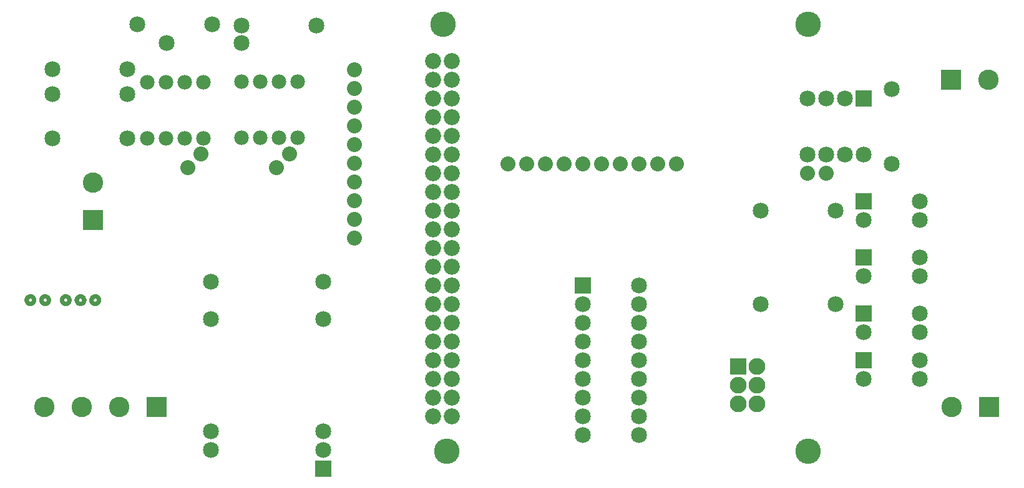
<source format=gts>
G04 MADE WITH FRITZING*
G04 WWW.FRITZING.ORG*
G04 DOUBLE SIDED*
G04 HOLES PLATED*
G04 CONTOUR ON CENTER OF CONTOUR VECTOR*
%ASAXBY*%
%FSLAX23Y23*%
%MOIN*%
%OFA0B0*%
%SFA1.0B1.0*%
%ADD10C,0.089370*%
%ADD11C,0.135984*%
%ADD12C,0.085000*%
%ADD13C,0.078000*%
%ADD14C,0.080000*%
%ADD15C,0.085361*%
%ADD16C,0.109055*%
%ADD17R,0.089370X0.089370*%
%ADD18R,0.085000X0.085000*%
%ADD19R,0.109055X0.109055*%
%ADD20R,0.001000X0.001000*%
%LNMASK1*%
G90*
G70*
G54D10*
X3976Y641D03*
X3976Y541D03*
X3976Y441D03*
X3876Y641D03*
X3876Y541D03*
X3876Y441D03*
G54D11*
X4250Y2470D03*
X2301Y2470D03*
X2321Y187D03*
X4250Y187D03*
G54D12*
X1661Y95D03*
X1661Y195D03*
X1061Y195D03*
X1661Y295D03*
X1061Y295D03*
X1661Y895D03*
X1061Y895D03*
X1661Y1095D03*
X1061Y1095D03*
X1624Y2465D03*
X1224Y2465D03*
X1224Y2371D03*
X824Y2371D03*
X213Y2229D03*
X613Y2229D03*
X614Y2096D03*
X214Y2096D03*
G54D13*
X1522Y2165D03*
X1422Y2165D03*
X1322Y2165D03*
X1222Y2165D03*
X1222Y1865D03*
X1322Y1865D03*
X1422Y1865D03*
X1522Y1865D03*
X1522Y2165D03*
X1422Y2165D03*
X1322Y2165D03*
X1222Y2165D03*
X1222Y1865D03*
X1322Y1865D03*
X1422Y1865D03*
X1522Y1865D03*
X1021Y2160D03*
X921Y2160D03*
X821Y2160D03*
X721Y2160D03*
X721Y1860D03*
X821Y1860D03*
X921Y1860D03*
X1021Y1860D03*
X1021Y2160D03*
X921Y2160D03*
X821Y2160D03*
X721Y2160D03*
X721Y1860D03*
X821Y1860D03*
X921Y1860D03*
X1021Y1860D03*
G54D12*
X1067Y2470D03*
X667Y2470D03*
X614Y1860D03*
X214Y1860D03*
G54D14*
X1409Y1705D03*
X1479Y1776D03*
X936Y1705D03*
X1007Y1776D03*
X1828Y1328D03*
X1828Y1428D03*
X1828Y1528D03*
X1828Y1628D03*
X1828Y1728D03*
X1828Y1828D03*
X1828Y1928D03*
X1828Y2028D03*
X1828Y2128D03*
X1828Y2228D03*
X3546Y1724D03*
X3446Y1724D03*
X3346Y1724D03*
X3246Y1724D03*
X3146Y1724D03*
X3046Y1724D03*
X2946Y1724D03*
X2846Y1724D03*
X2746Y1724D03*
X2646Y1724D03*
G54D12*
X4546Y2074D03*
X4546Y1774D03*
X4446Y2074D03*
X4446Y1774D03*
X4346Y2074D03*
X4346Y1774D03*
X4246Y2074D03*
X4246Y1774D03*
G54D14*
X4246Y1674D03*
X4346Y1674D03*
G54D15*
X2346Y374D03*
X2346Y474D03*
X2346Y574D03*
X2346Y674D03*
X2346Y774D03*
X2346Y874D03*
X2346Y974D03*
X2346Y1074D03*
X2346Y1174D03*
X2346Y1274D03*
X2346Y1374D03*
X2346Y1474D03*
X2346Y1574D03*
X2346Y1674D03*
X2346Y1774D03*
X2346Y1874D03*
X2346Y1974D03*
X2346Y2074D03*
X2346Y2174D03*
X2346Y2274D03*
X2246Y2274D03*
X2246Y2174D03*
X2246Y2074D03*
X2246Y1974D03*
X2246Y1874D03*
X2246Y1774D03*
X2246Y1674D03*
X2246Y1574D03*
X2246Y1474D03*
X2246Y1374D03*
X2246Y1274D03*
X2246Y1174D03*
X2246Y1074D03*
X2246Y974D03*
X2246Y874D03*
X2246Y774D03*
X2246Y674D03*
X2246Y574D03*
X2246Y474D03*
X2246Y374D03*
G54D16*
X5218Y423D03*
X5018Y423D03*
X769Y423D03*
X569Y423D03*
X369Y423D03*
X169Y423D03*
X431Y1424D03*
X431Y1624D03*
X5014Y2175D03*
X5214Y2175D03*
G54D12*
X4696Y2124D03*
X4696Y1724D03*
X4546Y674D03*
X4846Y674D03*
X4546Y574D03*
X4846Y574D03*
X4546Y1224D03*
X4846Y1224D03*
X4546Y1124D03*
X4846Y1124D03*
X4546Y1524D03*
X4846Y1524D03*
X4546Y1424D03*
X4846Y1424D03*
X4546Y924D03*
X4846Y924D03*
X4546Y824D03*
X4846Y824D03*
X3996Y974D03*
X4396Y974D03*
X3996Y1474D03*
X4396Y1474D03*
X3046Y1074D03*
X3046Y974D03*
X3046Y874D03*
X3046Y774D03*
X3046Y674D03*
X3046Y574D03*
X3046Y474D03*
X3046Y374D03*
X3046Y274D03*
X3346Y274D03*
X3346Y374D03*
X3346Y474D03*
X3346Y574D03*
X3346Y674D03*
X3346Y774D03*
X3346Y874D03*
X3346Y974D03*
X3346Y1074D03*
G54D17*
X3876Y641D03*
G54D18*
X1661Y95D03*
X4546Y2074D03*
G54D19*
X5218Y423D03*
X769Y423D03*
X431Y1424D03*
X5014Y2175D03*
G54D18*
X4546Y674D03*
X4546Y1224D03*
X4546Y1524D03*
X4546Y924D03*
X3046Y1074D03*
G54D20*
X90Y1026D02*
X102Y1026D01*
X168Y1026D02*
X181Y1026D01*
X279Y1026D02*
X291Y1026D01*
X357Y1026D02*
X370Y1026D01*
X436Y1026D02*
X448Y1026D01*
X86Y1025D02*
X105Y1025D01*
X165Y1025D02*
X184Y1025D01*
X275Y1025D02*
X294Y1025D01*
X354Y1025D02*
X373Y1025D01*
X433Y1025D02*
X452Y1025D01*
X84Y1024D02*
X108Y1024D01*
X162Y1024D02*
X187Y1024D01*
X273Y1024D02*
X297Y1024D01*
X351Y1024D02*
X376Y1024D01*
X430Y1024D02*
X454Y1024D01*
X81Y1023D02*
X110Y1023D01*
X160Y1023D02*
X189Y1023D01*
X270Y1023D02*
X299Y1023D01*
X349Y1023D02*
X378Y1023D01*
X428Y1023D02*
X456Y1023D01*
X80Y1022D02*
X112Y1022D01*
X158Y1022D02*
X191Y1022D01*
X269Y1022D02*
X301Y1022D01*
X347Y1022D02*
X379Y1022D01*
X426Y1022D02*
X458Y1022D01*
X78Y1021D02*
X113Y1021D01*
X157Y1021D02*
X192Y1021D01*
X267Y1021D02*
X302Y1021D01*
X346Y1021D02*
X381Y1021D01*
X425Y1021D02*
X460Y1021D01*
X77Y1020D02*
X115Y1020D01*
X155Y1020D02*
X194Y1020D01*
X266Y1020D02*
X304Y1020D01*
X344Y1020D02*
X382Y1020D01*
X423Y1020D02*
X461Y1020D01*
X75Y1019D02*
X116Y1019D01*
X154Y1019D02*
X195Y1019D01*
X264Y1019D02*
X305Y1019D01*
X343Y1019D02*
X384Y1019D01*
X422Y1019D02*
X463Y1019D01*
X74Y1018D02*
X117Y1018D01*
X153Y1018D02*
X196Y1018D01*
X263Y1018D02*
X306Y1018D01*
X342Y1018D02*
X385Y1018D01*
X421Y1018D02*
X464Y1018D01*
X73Y1017D02*
X118Y1017D01*
X152Y1017D02*
X197Y1017D01*
X262Y1017D02*
X307Y1017D01*
X341Y1017D02*
X386Y1017D01*
X420Y1017D02*
X465Y1017D01*
X72Y1016D02*
X119Y1016D01*
X151Y1016D02*
X198Y1016D01*
X261Y1016D02*
X308Y1016D01*
X340Y1016D02*
X387Y1016D01*
X419Y1016D02*
X466Y1016D01*
X72Y1015D02*
X120Y1015D01*
X150Y1015D02*
X199Y1015D01*
X260Y1015D02*
X309Y1015D01*
X339Y1015D02*
X388Y1015D01*
X418Y1015D02*
X466Y1015D01*
X71Y1014D02*
X121Y1014D01*
X150Y1014D02*
X199Y1014D01*
X260Y1014D02*
X310Y1014D01*
X339Y1014D02*
X388Y1014D01*
X417Y1014D02*
X467Y1014D01*
X70Y1013D02*
X121Y1013D01*
X149Y1013D02*
X200Y1013D01*
X259Y1013D02*
X310Y1013D01*
X338Y1013D02*
X389Y1013D01*
X417Y1013D02*
X468Y1013D01*
X69Y1012D02*
X122Y1012D01*
X148Y1012D02*
X201Y1012D01*
X258Y1012D02*
X311Y1012D01*
X337Y1012D02*
X390Y1012D01*
X416Y1012D02*
X468Y1012D01*
X69Y1011D02*
X123Y1011D01*
X148Y1011D02*
X201Y1011D01*
X258Y1011D02*
X312Y1011D01*
X337Y1011D02*
X390Y1011D01*
X415Y1011D02*
X469Y1011D01*
X68Y1010D02*
X123Y1010D01*
X147Y1010D02*
X202Y1010D01*
X257Y1010D02*
X312Y1010D01*
X336Y1010D02*
X391Y1010D01*
X415Y1010D02*
X470Y1010D01*
X68Y1009D02*
X124Y1009D01*
X147Y1009D02*
X202Y1009D01*
X257Y1009D02*
X313Y1009D01*
X335Y1009D02*
X391Y1009D01*
X414Y1009D02*
X470Y1009D01*
X67Y1008D02*
X124Y1008D01*
X146Y1008D02*
X203Y1008D01*
X256Y1008D02*
X313Y1008D01*
X335Y1008D02*
X392Y1008D01*
X414Y1008D02*
X471Y1008D01*
X67Y1007D02*
X125Y1007D01*
X146Y1007D02*
X203Y1007D01*
X256Y1007D02*
X314Y1007D01*
X335Y1007D02*
X392Y1007D01*
X413Y1007D02*
X471Y1007D01*
X66Y1006D02*
X125Y1006D01*
X145Y1006D02*
X204Y1006D01*
X255Y1006D02*
X314Y1006D01*
X334Y1006D02*
X393Y1006D01*
X413Y1006D02*
X471Y1006D01*
X66Y1005D02*
X125Y1005D01*
X145Y1005D02*
X204Y1005D01*
X255Y1005D02*
X314Y1005D01*
X334Y1005D02*
X393Y1005D01*
X413Y1005D02*
X472Y1005D01*
X66Y1004D02*
X126Y1004D01*
X145Y1004D02*
X204Y1004D01*
X255Y1004D02*
X315Y1004D01*
X333Y1004D02*
X393Y1004D01*
X412Y1004D02*
X472Y1004D01*
X66Y1003D02*
X126Y1003D01*
X144Y1003D02*
X205Y1003D01*
X254Y1003D02*
X315Y1003D01*
X333Y1003D02*
X394Y1003D01*
X412Y1003D02*
X472Y1003D01*
X65Y1002D02*
X92Y1002D01*
X100Y1002D02*
X126Y1002D01*
X144Y1002D02*
X170Y1002D01*
X179Y1002D02*
X205Y1002D01*
X254Y1002D02*
X281Y1002D01*
X289Y1002D02*
X315Y1002D01*
X333Y1002D02*
X359Y1002D01*
X368Y1002D02*
X394Y1002D01*
X412Y1002D02*
X438Y1002D01*
X447Y1002D02*
X473Y1002D01*
X65Y1001D02*
X90Y1001D01*
X101Y1001D02*
X126Y1001D01*
X144Y1001D02*
X169Y1001D01*
X180Y1001D02*
X205Y1001D01*
X254Y1001D02*
X279Y1001D01*
X290Y1001D02*
X315Y1001D01*
X333Y1001D02*
X358Y1001D01*
X369Y1001D02*
X394Y1001D01*
X411Y1001D02*
X437Y1001D01*
X448Y1001D02*
X473Y1001D01*
X65Y1000D02*
X89Y1000D01*
X102Y1000D02*
X127Y1000D01*
X144Y1000D02*
X168Y1000D01*
X181Y1000D02*
X205Y1000D01*
X254Y1000D02*
X278Y1000D01*
X291Y1000D02*
X316Y1000D01*
X333Y1000D02*
X357Y1000D01*
X370Y1000D02*
X394Y1000D01*
X411Y1000D02*
X436Y1000D01*
X449Y1000D02*
X473Y1000D01*
X65Y999D02*
X88Y999D01*
X103Y999D02*
X127Y999D01*
X143Y999D02*
X167Y999D01*
X182Y999D02*
X206Y999D01*
X254Y999D02*
X277Y999D01*
X292Y999D02*
X316Y999D01*
X332Y999D02*
X356Y999D01*
X371Y999D02*
X395Y999D01*
X411Y999D02*
X435Y999D01*
X450Y999D02*
X473Y999D01*
X65Y998D02*
X88Y998D01*
X104Y998D02*
X127Y998D01*
X143Y998D02*
X167Y998D01*
X183Y998D02*
X206Y998D01*
X253Y998D02*
X277Y998D01*
X293Y998D02*
X316Y998D01*
X332Y998D02*
X356Y998D01*
X371Y998D02*
X395Y998D01*
X411Y998D02*
X434Y998D01*
X450Y998D02*
X473Y998D01*
X64Y997D02*
X88Y997D01*
X104Y997D02*
X127Y997D01*
X143Y997D02*
X166Y997D01*
X183Y997D02*
X206Y997D01*
X253Y997D02*
X277Y997D01*
X293Y997D02*
X316Y997D01*
X332Y997D02*
X355Y997D01*
X372Y997D02*
X395Y997D01*
X411Y997D02*
X434Y997D01*
X451Y997D02*
X473Y997D01*
X64Y996D02*
X87Y996D01*
X104Y996D02*
X127Y996D01*
X143Y996D02*
X166Y996D01*
X183Y996D02*
X206Y996D01*
X253Y996D02*
X276Y996D01*
X293Y996D02*
X316Y996D01*
X332Y996D02*
X355Y996D01*
X372Y996D02*
X395Y996D01*
X411Y996D02*
X434Y996D01*
X451Y996D02*
X474Y996D01*
X64Y995D02*
X87Y995D01*
X104Y995D02*
X127Y995D01*
X143Y995D02*
X166Y995D01*
X183Y995D02*
X206Y995D01*
X253Y995D02*
X276Y995D01*
X293Y995D02*
X316Y995D01*
X332Y995D02*
X355Y995D01*
X372Y995D02*
X395Y995D01*
X411Y995D02*
X434Y995D01*
X451Y995D02*
X474Y995D01*
X64Y994D02*
X87Y994D01*
X104Y994D02*
X127Y994D01*
X143Y994D02*
X166Y994D01*
X183Y994D02*
X206Y994D01*
X253Y994D02*
X276Y994D01*
X293Y994D02*
X316Y994D01*
X332Y994D02*
X355Y994D01*
X372Y994D02*
X395Y994D01*
X411Y994D02*
X434Y994D01*
X451Y994D02*
X474Y994D01*
X64Y993D02*
X87Y993D01*
X104Y993D02*
X127Y993D01*
X143Y993D02*
X166Y993D01*
X183Y993D02*
X206Y993D01*
X253Y993D02*
X276Y993D01*
X293Y993D02*
X316Y993D01*
X332Y993D02*
X355Y993D01*
X372Y993D02*
X395Y993D01*
X411Y993D02*
X434Y993D01*
X451Y993D02*
X474Y993D01*
X64Y992D02*
X88Y992D01*
X104Y992D02*
X127Y992D01*
X143Y992D02*
X166Y992D01*
X183Y992D02*
X206Y992D01*
X253Y992D02*
X277Y992D01*
X293Y992D02*
X316Y992D01*
X332Y992D02*
X355Y992D01*
X372Y992D02*
X395Y992D01*
X411Y992D02*
X434Y992D01*
X450Y992D02*
X473Y992D01*
X65Y991D02*
X88Y991D01*
X103Y991D02*
X127Y991D01*
X143Y991D02*
X167Y991D01*
X182Y991D02*
X206Y991D01*
X254Y991D02*
X277Y991D01*
X292Y991D02*
X316Y991D01*
X332Y991D02*
X356Y991D01*
X371Y991D02*
X395Y991D01*
X411Y991D02*
X435Y991D01*
X450Y991D02*
X473Y991D01*
X65Y990D02*
X89Y990D01*
X103Y990D02*
X127Y990D01*
X144Y990D02*
X168Y990D01*
X182Y990D02*
X205Y990D01*
X254Y990D02*
X278Y990D01*
X292Y990D02*
X316Y990D01*
X332Y990D02*
X357Y990D01*
X371Y990D02*
X394Y990D01*
X411Y990D02*
X435Y990D01*
X449Y990D02*
X473Y990D01*
X65Y989D02*
X90Y989D01*
X102Y989D02*
X127Y989D01*
X144Y989D02*
X169Y989D01*
X181Y989D02*
X205Y989D01*
X254Y989D02*
X279Y989D01*
X291Y989D02*
X316Y989D01*
X333Y989D02*
X357Y989D01*
X370Y989D02*
X394Y989D01*
X411Y989D02*
X436Y989D01*
X448Y989D02*
X473Y989D01*
X65Y988D02*
X91Y988D01*
X101Y988D02*
X126Y988D01*
X144Y988D02*
X170Y988D01*
X179Y988D02*
X205Y988D01*
X254Y988D02*
X280Y988D01*
X290Y988D02*
X315Y988D01*
X333Y988D02*
X359Y988D01*
X368Y988D02*
X394Y988D01*
X412Y988D02*
X437Y988D01*
X447Y988D02*
X473Y988D01*
X65Y987D02*
X93Y987D01*
X99Y987D02*
X126Y987D01*
X144Y987D02*
X172Y987D01*
X177Y987D02*
X205Y987D01*
X254Y987D02*
X282Y987D01*
X288Y987D02*
X315Y987D01*
X333Y987D02*
X361Y987D01*
X366Y987D02*
X394Y987D01*
X412Y987D02*
X439Y987D01*
X445Y987D02*
X473Y987D01*
X66Y986D02*
X126Y986D01*
X144Y986D02*
X205Y986D01*
X255Y986D02*
X315Y986D01*
X333Y986D02*
X393Y986D01*
X412Y986D02*
X472Y986D01*
X66Y985D02*
X125Y985D01*
X145Y985D02*
X204Y985D01*
X255Y985D02*
X314Y985D01*
X334Y985D02*
X393Y985D01*
X412Y985D02*
X472Y985D01*
X66Y984D02*
X125Y984D01*
X145Y984D02*
X204Y984D01*
X255Y984D02*
X314Y984D01*
X334Y984D02*
X393Y984D01*
X413Y984D02*
X472Y984D01*
X67Y983D02*
X125Y983D01*
X145Y983D02*
X203Y983D01*
X256Y983D02*
X314Y983D01*
X334Y983D02*
X392Y983D01*
X413Y983D02*
X471Y983D01*
X67Y982D02*
X124Y982D01*
X146Y982D02*
X203Y982D01*
X256Y982D02*
X313Y982D01*
X335Y982D02*
X392Y982D01*
X414Y982D02*
X471Y982D01*
X68Y981D02*
X124Y981D01*
X146Y981D02*
X203Y981D01*
X257Y981D02*
X313Y981D01*
X335Y981D02*
X392Y981D01*
X414Y981D02*
X470Y981D01*
X68Y980D02*
X123Y980D01*
X147Y980D02*
X202Y980D01*
X257Y980D02*
X312Y980D01*
X336Y980D02*
X391Y980D01*
X415Y980D02*
X470Y980D01*
X69Y979D02*
X123Y979D01*
X147Y979D02*
X202Y979D01*
X258Y979D02*
X312Y979D01*
X336Y979D02*
X391Y979D01*
X415Y979D02*
X469Y979D01*
X69Y978D02*
X122Y978D01*
X148Y978D02*
X201Y978D01*
X258Y978D02*
X311Y978D01*
X337Y978D02*
X390Y978D01*
X416Y978D02*
X469Y978D01*
X70Y977D02*
X122Y977D01*
X149Y977D02*
X200Y977D01*
X259Y977D02*
X311Y977D01*
X338Y977D02*
X389Y977D01*
X416Y977D02*
X468Y977D01*
X71Y976D02*
X121Y976D01*
X149Y976D02*
X200Y976D01*
X260Y976D02*
X310Y976D01*
X338Y976D02*
X389Y976D01*
X417Y976D02*
X467Y976D01*
X71Y975D02*
X120Y975D01*
X150Y975D02*
X199Y975D01*
X260Y975D02*
X309Y975D01*
X339Y975D02*
X388Y975D01*
X418Y975D02*
X467Y975D01*
X72Y974D02*
X119Y974D01*
X151Y974D02*
X198Y974D01*
X261Y974D02*
X308Y974D01*
X340Y974D02*
X387Y974D01*
X419Y974D02*
X466Y974D01*
X73Y973D02*
X118Y973D01*
X152Y973D02*
X197Y973D01*
X262Y973D02*
X307Y973D01*
X341Y973D02*
X386Y973D01*
X419Y973D02*
X465Y973D01*
X74Y972D02*
X117Y972D01*
X153Y972D02*
X196Y972D01*
X263Y972D02*
X306Y972D01*
X342Y972D02*
X385Y972D01*
X420Y972D02*
X464Y972D01*
X75Y971D02*
X116Y971D01*
X154Y971D02*
X195Y971D01*
X264Y971D02*
X305Y971D01*
X343Y971D02*
X384Y971D01*
X422Y971D02*
X463Y971D01*
X76Y970D02*
X115Y970D01*
X155Y970D02*
X194Y970D01*
X265Y970D02*
X304Y970D01*
X344Y970D02*
X383Y970D01*
X423Y970D02*
X462Y970D01*
X78Y969D02*
X114Y969D01*
X156Y969D02*
X193Y969D01*
X267Y969D02*
X303Y969D01*
X345Y969D02*
X382Y969D01*
X424Y969D02*
X460Y969D01*
X79Y968D02*
X112Y968D01*
X158Y968D02*
X191Y968D01*
X268Y968D02*
X301Y968D01*
X347Y968D02*
X380Y968D01*
X426Y968D02*
X459Y968D01*
X81Y967D02*
X111Y967D01*
X160Y967D02*
X189Y967D01*
X270Y967D02*
X300Y967D01*
X349Y967D02*
X378Y967D01*
X427Y967D02*
X457Y967D01*
X83Y966D02*
X108Y966D01*
X162Y966D02*
X187Y966D01*
X272Y966D02*
X297Y966D01*
X351Y966D02*
X376Y966D01*
X429Y966D02*
X455Y966D01*
X85Y965D02*
X106Y965D01*
X164Y965D02*
X185Y965D01*
X274Y965D02*
X295Y965D01*
X353Y965D02*
X374Y965D01*
X432Y965D02*
X452Y965D01*
X89Y964D02*
X103Y964D01*
X167Y964D02*
X182Y964D01*
X278Y964D02*
X292Y964D01*
X356Y964D02*
X371Y964D01*
X435Y964D02*
X449Y964D01*
X95Y963D02*
X96Y963D01*
X174Y963D02*
X175Y963D01*
X284Y963D02*
X285Y963D01*
X363Y963D02*
X364Y963D01*
X442Y963D02*
X443Y963D01*
D02*
G04 End of Mask1*
M02*
</source>
